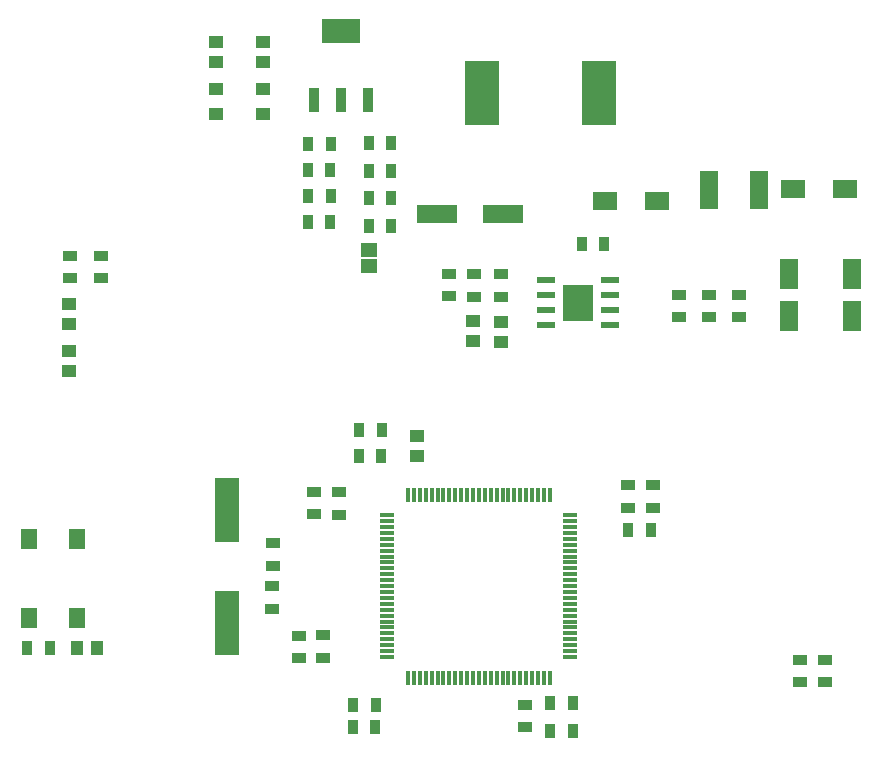
<source format=gtp>
G04*
G04 #@! TF.GenerationSoftware,Altium Limited,Altium Designer,24.1.2 (44)*
G04*
G04 Layer_Color=8421504*
%FSLAX25Y25*%
%MOIN*%
G70*
G04*
G04 #@! TF.SameCoordinates,9E04AB5A-7F44-4484-A11C-FDF8A6245F59*
G04*
G04*
G04 #@! TF.FilePolarity,Positive*
G04*
G01*
G75*
%ADD16R,0.10236X0.12205*%
%ADD17R,0.07874X0.21654*%
%ADD18R,0.06299X0.10236*%
%ADD19R,0.05118X0.03543*%
%ADD20R,0.11417X0.21260*%
%ADD21R,0.03543X0.05118*%
%ADD22R,0.05339X0.04545*%
%ADD23R,0.06102X0.12638*%
%ADD24R,0.12795X0.08465*%
%ADD25R,0.03543X0.08465*%
%ADD26R,0.06102X0.02362*%
%ADD27R,0.13780X0.06299*%
%ADD28R,0.08268X0.06102*%
%ADD29R,0.05118X0.04331*%
%ADD30R,0.04724X0.04331*%
%ADD31R,0.04331X0.05118*%
%ADD32R,0.04724X0.01181*%
%ADD33R,0.01181X0.04724*%
%ADD34R,0.05512X0.06693*%
D16*
X191994Y278001D02*
D03*
D17*
X75000Y208701D02*
D03*
Y171299D02*
D03*
D18*
X262500Y287587D02*
D03*
Y273413D02*
D03*
X283500D02*
D03*
Y287587D02*
D03*
D19*
X90000Y183500D02*
D03*
Y176020D02*
D03*
X166500Y280020D02*
D03*
Y287500D02*
D03*
X225600Y273160D02*
D03*
Y280640D02*
D03*
X235600Y273160D02*
D03*
Y280640D02*
D03*
X245600Y273160D02*
D03*
Y280640D02*
D03*
X157500Y280000D02*
D03*
Y287480D02*
D03*
X149100Y280160D02*
D03*
Y287640D02*
D03*
X90400Y197840D02*
D03*
Y190360D02*
D03*
X174500Y136500D02*
D03*
Y143980D02*
D03*
X217100Y209660D02*
D03*
Y217140D02*
D03*
X107100Y159660D02*
D03*
Y167140D02*
D03*
X112400Y214840D02*
D03*
Y207360D02*
D03*
X208600Y209660D02*
D03*
Y217140D02*
D03*
X99000Y159500D02*
D03*
Y166980D02*
D03*
X104000Y214980D02*
D03*
Y207500D02*
D03*
X274500Y158980D02*
D03*
Y151500D02*
D03*
X266000Y158980D02*
D03*
Y151500D02*
D03*
X22600Y286160D02*
D03*
Y293640D02*
D03*
X33100Y286160D02*
D03*
Y293640D02*
D03*
D20*
X160024Y348000D02*
D03*
X199000D02*
D03*
D21*
X129840Y321900D02*
D03*
X122360D02*
D03*
X129840Y303500D02*
D03*
X122360D02*
D03*
X129840Y312700D02*
D03*
X122360D02*
D03*
X102160Y330900D02*
D03*
X109640D02*
D03*
X200840Y297600D02*
D03*
X193360D02*
D03*
X102160Y313633D02*
D03*
X109640D02*
D03*
X102020Y305000D02*
D03*
X109500D02*
D03*
X102020Y322267D02*
D03*
X109500D02*
D03*
X129840Y331100D02*
D03*
X122360D02*
D03*
X8500Y163000D02*
D03*
X15980D02*
D03*
X216340Y202100D02*
D03*
X208860D02*
D03*
X190340Y135100D02*
D03*
X182860D02*
D03*
X117020Y136500D02*
D03*
X124500D02*
D03*
X119020Y227000D02*
D03*
X126500D02*
D03*
X190340Y144600D02*
D03*
X182860D02*
D03*
X117160Y143900D02*
D03*
X124640D02*
D03*
X119160Y235400D02*
D03*
X126640D02*
D03*
D22*
X122500Y295661D02*
D03*
Y290339D02*
D03*
D23*
X252268Y315500D02*
D03*
X235732D02*
D03*
D24*
X113000Y368535D02*
D03*
D25*
X122016Y345465D02*
D03*
X113000D02*
D03*
X103984D02*
D03*
D26*
X202630Y285500D02*
D03*
Y280500D02*
D03*
Y275500D02*
D03*
Y270500D02*
D03*
X181370D02*
D03*
Y275500D02*
D03*
Y280500D02*
D03*
Y285500D02*
D03*
D27*
X144976Y307500D02*
D03*
X167024D02*
D03*
D28*
X263839Y316000D02*
D03*
X281161D02*
D03*
X218323Y312000D02*
D03*
X201000D02*
D03*
D29*
X166500Y265000D02*
D03*
Y271693D02*
D03*
X157000Y271847D02*
D03*
Y265154D02*
D03*
X87000Y358154D02*
D03*
Y364846D02*
D03*
X71500Y358154D02*
D03*
Y364846D02*
D03*
X138500Y227000D02*
D03*
Y233693D02*
D03*
X22500Y271000D02*
D03*
Y277693D02*
D03*
Y261846D02*
D03*
Y255153D02*
D03*
D30*
X71500Y349134D02*
D03*
Y340866D02*
D03*
X87000Y349134D02*
D03*
Y340866D02*
D03*
D31*
X31846Y163000D02*
D03*
X25153D02*
D03*
D32*
X128488Y207122D02*
D03*
Y205153D02*
D03*
Y203185D02*
D03*
Y201217D02*
D03*
Y199248D02*
D03*
Y197280D02*
D03*
Y195311D02*
D03*
Y193342D02*
D03*
Y191374D02*
D03*
Y189406D02*
D03*
Y187437D02*
D03*
Y185468D02*
D03*
Y183500D02*
D03*
Y181532D02*
D03*
Y179563D02*
D03*
Y177594D02*
D03*
Y175626D02*
D03*
Y173658D02*
D03*
Y171689D02*
D03*
Y169720D02*
D03*
Y167752D02*
D03*
Y165784D02*
D03*
Y163815D02*
D03*
Y161846D02*
D03*
Y159878D02*
D03*
X189512D02*
D03*
Y161846D02*
D03*
Y163815D02*
D03*
Y165784D02*
D03*
Y167752D02*
D03*
Y169720D02*
D03*
Y171689D02*
D03*
Y173658D02*
D03*
Y175626D02*
D03*
Y177594D02*
D03*
Y179563D02*
D03*
Y181532D02*
D03*
Y183500D02*
D03*
Y185468D02*
D03*
Y187437D02*
D03*
Y189406D02*
D03*
Y191374D02*
D03*
Y193342D02*
D03*
Y195311D02*
D03*
Y197280D02*
D03*
Y199248D02*
D03*
Y201217D02*
D03*
Y203185D02*
D03*
Y205153D02*
D03*
Y207122D02*
D03*
D33*
X135378Y152988D02*
D03*
X137346D02*
D03*
X139315D02*
D03*
X141284D02*
D03*
X143252D02*
D03*
X145220D02*
D03*
X147189D02*
D03*
X149158D02*
D03*
X151126D02*
D03*
X153094D02*
D03*
X155063D02*
D03*
X157032D02*
D03*
X159000D02*
D03*
X160968D02*
D03*
X162937D02*
D03*
X164906D02*
D03*
X166874D02*
D03*
X168842D02*
D03*
X170811D02*
D03*
X172780D02*
D03*
X174748D02*
D03*
X176716D02*
D03*
X178685D02*
D03*
X180654D02*
D03*
X182622D02*
D03*
Y214012D02*
D03*
X180654D02*
D03*
X178685D02*
D03*
X176716D02*
D03*
X174748D02*
D03*
X172780D02*
D03*
X170811D02*
D03*
X168842D02*
D03*
X166874D02*
D03*
X164906D02*
D03*
X162937D02*
D03*
X160968D02*
D03*
X159000D02*
D03*
X157032D02*
D03*
X155063D02*
D03*
X153094D02*
D03*
X151126D02*
D03*
X149158D02*
D03*
X147189D02*
D03*
X145220D02*
D03*
X143252D02*
D03*
X141284D02*
D03*
X139315D02*
D03*
X137346D02*
D03*
X135378D02*
D03*
D34*
X9126Y172811D02*
D03*
Y199189D02*
D03*
X24874Y172811D02*
D03*
Y199189D02*
D03*
M02*

</source>
